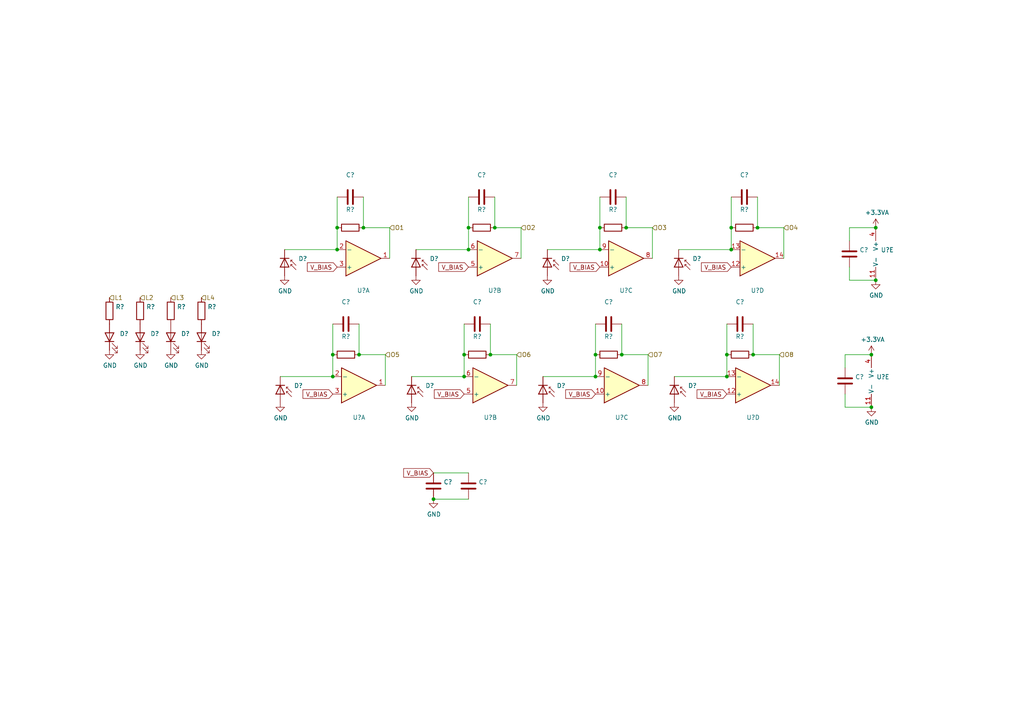
<source format=kicad_sch>
(kicad_sch (version 20211123) (generator eeschema)
  (paper "A4")
  (lib_symbols
    (symbol "Amplifier_Operational:OPA4340UA" (pin_names (offset 0.127))
      (property "Reference" "U" (at 0 5.08 0))
      (property "Value" "OPA4340UA" (at 0 -5.08 0))
      (symbol "OPA4340UA_1_1"
        (polyline (pts (xy -5.08 5.08) (xy 5.08 0) (xy -5.08 -5.08) (xy -5.08 5.08)) (stroke (width 0.254)) (fill (type background)))
        (pin output line (at 7.62 0 180) (length 2.54) (name "~") (number "1"))
        (pin input line (at -7.62 -2.54 0) (length 2.54) (name "-") (number "2"))
        (pin input line (at -7.62 2.54 0) (length 2.54) (name "+") (number "3"))
      )
      (symbol "OPA4340UA_2_1"
        (polyline (pts (xy -5.08 5.08) (xy 5.08 0) (xy -5.08 -5.08) (xy -5.08 5.08)) (stroke (width 0.254)) (fill (type background)))
        (pin input line (at -7.62 2.54 0) (length 2.54) (name "+") (number "5"))
        (pin input line (at -7.62 -2.54 0) (length 2.54) (name "-") (number "6"))
        (pin output line (at 7.62 0 180) (length 2.54) (name "~") (number "7"))
      )
      (symbol "OPA4340UA_3_1"
        (polyline (pts (xy -5.08 5.08) (xy 5.08 0) (xy -5.08 -5.08) (xy -5.08 5.08)) (stroke (width 0.254)) (fill (type background)))
        (pin input line (at -7.62 2.54 0) (length 2.54) (name "+") (number "10"))
        (pin output line (at 7.62 0 180) (length 2.54) (name "~") (number "8"))
        (pin input line (at -7.62 -2.54 0) (length 2.54) (name "-") (number "9"))
      )
      (symbol "OPA4340UA_4_1"
        (polyline (pts (xy -5.08 5.08) (xy 5.08 0) (xy -5.08 -5.08) (xy -5.08 5.08)) (stroke (width 0.254)) (fill (type background)))
        (pin input line (at -7.62 2.54 0) (length 2.54) (name "+") (number "12"))
        (pin input line (at -7.62 -2.54 0) (length 2.54) (name "-") (number "13"))
        (pin output line (at 7.62 0 180) (length 2.54) (name "~") (number "14"))
      )
      (symbol "OPA4340UA_5_1"
        (pin power_in line (at -2.54 -7.62 90) (length 3.81) (name "V-") (number "11"))
        (pin power_in line (at -2.54 7.62 270) (length 3.81) (name "V+") (number "4"))
      )
    )
    (symbol "Device:C" (pin_numbers hide) (pin_names (offset 0.254))
      (property "Reference" "C" (at 0.635 2.54 0))
      (property "Value" "C" (at 0.635 -2.54 0))
      (symbol "C_0_1"
        (polyline (pts (xy -2.032 -0.762) (xy 2.032 -0.762)) (stroke (width 0.508)))
        (polyline (pts (xy -2.032 0.762) (xy 2.032 0.762)) (stroke (width 0.508)))
      )
      (symbol "C_1_1"
        (pin passive line (at 0 3.81 270) (length 2.794) (name "~") (number "1"))
        (pin passive line (at 0 -3.81 90) (length 2.794) (name "~") (number "2"))
      )
    )
    (symbol "Device:D_Photo" (pin_numbers hide) (pin_names hide)
      (property "Reference" "D" (at 0.508 1.778 0))
      (property "Value" "D_Photo" (at -1.016 -2.794 0))
      (symbol "D_Photo_0_1"
        (polyline (pts (xy -2.54 1.27) (xy -2.54 -1.27)) (stroke (width 0.254)))
        (polyline (pts (xy -2.032 1.778) (xy -1.524 1.778)))
        (polyline (pts (xy 0 0) (xy -2.54 0)))
        (polyline (pts (xy -0.508 3.302) (xy -2.032 1.778) (xy -2.032 2.286)))
        (polyline (pts (xy 0 -1.27) (xy 0 1.27) (xy -2.54 0) (xy 0 -1.27)) (stroke (width 0.254)))
        (polyline (pts (xy 0.762 3.302) (xy -0.762 1.778) (xy -0.762 2.286) (xy -0.762 1.778) (xy -0.254 1.778)))
      )
      (symbol "D_Photo_1_1"
        (pin passive line (at -5.08 0 0) (length 2.54) (name "K") (number "1"))
        (pin passive line (at 2.54 0 180) (length 2.54) (name "A") (number "2"))
      )
    )
    (symbol "Device:LED" (pin_numbers hide) (pin_names (offset 1.016) hide)
      (property "Reference" "D" (at 0 2.54 0))
      (property "Value" "LED" (at 0 -2.54 0))
      (symbol "LED_0_1"
        (polyline (pts (xy -1.27 -1.27) (xy -1.27 1.27)) (stroke (width 0.254)))
        (polyline (pts (xy -1.27 0) (xy 1.27 0)))
        (polyline (pts (xy 1.27 -1.27) (xy 1.27 1.27) (xy -1.27 0) (xy 1.27 -1.27)) (stroke (width 0.254)))
        (polyline (pts (xy -3.048 -0.762) (xy -4.572 -2.286) (xy -3.81 -2.286) (xy -4.572 -2.286) (xy -4.572 -1.524)))
        (polyline (pts (xy -1.778 -0.762) (xy -3.302 -2.286) (xy -2.54 -2.286) (xy -3.302 -2.286) (xy -3.302 -1.524)))
      )
      (symbol "LED_1_1"
        (pin passive line (at -3.81 0 0) (length 2.54) (name "K") (number "1"))
        (pin passive line (at 3.81 0 180) (length 2.54) (name "A") (number "2"))
      )
    )
    (symbol "Device:R" (pin_numbers hide) (pin_names (offset 0))
      (property "Reference" "R" (at 2.032 0 90))
      (property "Value" "R" (at 0 0 90))
      (symbol "R_0_1"
        (rectangle (start -1.016 -2.54) (end 1.016 2.54) (stroke (width 0.254)))
      )
      (symbol "R_1_1"
        (pin passive line (at 0 3.81 270) (length 1.27) (name "~") (number "1"))
        (pin passive line (at 0 -3.81 90) (length 1.27) (name "~") (number "2"))
      )
    )
    (symbol "power:+3.3VA" (power) (pin_names (offset 0))
      (property "Value" "+3.3VA" (at 0 3.556 0))
      (symbol "+3.3VA_0_1"
        (polyline (pts (xy -0.762 1.27) (xy 0 2.54)))
        (polyline (pts (xy 0 0) (xy 0 2.54)))
        (polyline (pts (xy 0 2.54) (xy 0.762 1.27)))
      )
      (symbol "+3.3VA_1_1"
        (pin power_in line (at 0 0 90) (length 0) hide (name "+3.3VA") (number "1"))
      )
    )
    (symbol "power:GND" (power) (pin_names (offset 0))
      (property "Value" "GND" (at 0 -3.81 0))
      (symbol "GND_0_1"
        (polyline (pts (xy 0 0) (xy 0 -1.27) (xy 1.27 -1.27) (xy 0 -2.54) (xy -1.27 -1.27) (xy 0 -1.27)))
      )
      (symbol "GND_1_1"
        (pin power_in line (at 0 0 270) (length 0) hide (name "GND") (number "1"))
      )
    )
  )
  (junction (at 210.82 109.22))
  (junction (at 219.71 66.04))
  (junction (at 97.79 72.39))
  (junction (at 105.41 66.04))
  (junction (at 135.89 66.04))
  (junction (at 212.09 72.39))
  (junction (at 254 81.28))
  (junction (at 134.62 109.22))
  (junction (at 96.52 102.87))
  (junction (at 173.99 66.04))
  (junction (at 96.52 109.22))
  (junction (at 104.14 102.87))
  (junction (at 252.73 118.11))
  (junction (at 125.73 144.78))
  (junction (at 218.44 102.87))
  (junction (at 172.72 109.22))
  (junction (at 180.34 102.87))
  (junction (at 212.09 66.04))
  (junction (at 135.89 72.39))
  (junction (at 181.61 66.04))
  (junction (at 210.82 102.87))
  (junction (at 172.72 102.87))
  (junction (at 173.99 72.39))
  (junction (at 252.73 102.87))
  (junction (at 97.79 66.04))
  (junction (at 143.51 66.04))
  (junction (at 254 66.04))
  (junction (at 134.62 102.87))
  (junction (at 142.24 102.87))
  (wire (pts (xy 246.38 81.28) (xy 254 81.28)))
  (wire (pts (xy 111.76 102.87) (xy 111.76 111.76)))
  (wire (pts (xy 134.62 93.98) (xy 134.62 102.87)))
  (wire (pts (xy 135.89 66.04) (xy 135.89 72.39)))
  (wire (pts (xy 245.11 102.87) (xy 245.11 106.68)))
  (wire (pts (xy 218.44 102.87) (xy 226.06 102.87)))
  (wire (pts (xy 142.24 102.87) (xy 149.86 102.87)))
  (wire (pts (xy 218.44 93.98) (xy 218.44 102.87)))
  (wire (pts (xy 81.28 109.22) (xy 96.52 109.22)))
  (wire (pts (xy 143.51 57.15) (xy 143.51 66.04)))
  (wire (pts (xy 172.72 93.98) (xy 172.72 102.87)))
  (wire (pts (xy 82.55 72.39) (xy 97.79 72.39)))
  (wire (pts (xy 105.41 66.04) (xy 113.03 66.04)))
  (wire (pts (xy 157.48 109.22) (xy 172.72 109.22)))
  (wire (pts (xy 219.71 66.04) (xy 227.33 66.04)))
  (wire (pts (xy 97.79 57.15) (xy 97.79 66.04)))
  (wire (pts (xy 120.65 72.39) (xy 135.89 72.39)))
  (wire (pts (xy 96.52 93.98) (xy 96.52 102.87)))
  (wire (pts (xy 97.79 66.04) (xy 97.79 72.39)))
  (wire (pts (xy 135.89 57.15) (xy 135.89 66.04)))
  (wire (pts (xy 196.85 72.39) (xy 212.09 72.39)))
  (wire (pts (xy 212.09 57.15) (xy 212.09 66.04)))
  (wire (pts (xy 180.34 93.98) (xy 180.34 102.87)))
  (wire (pts (xy 135.89 137.16) (xy 125.73 137.16)))
  (wire (pts (xy 158.75 72.39) (xy 173.99 72.39)))
  (wire (pts (xy 172.72 102.87) (xy 172.72 109.22)))
  (wire (pts (xy 134.62 102.87) (xy 134.62 109.22)))
  (wire (pts (xy 104.14 102.87) (xy 111.76 102.87)))
  (wire (pts (xy 151.13 66.04) (xy 151.13 74.93)))
  (wire (pts (xy 104.14 93.98) (xy 104.14 102.87)))
  (wire (pts (xy 226.06 102.87) (xy 226.06 111.76)))
  (wire (pts (xy 149.86 102.87) (xy 149.86 111.76)))
  (wire (pts (xy 189.23 66.04) (xy 189.23 74.93)))
  (wire (pts (xy 113.03 66.04) (xy 113.03 74.93)))
  (wire (pts (xy 181.61 57.15) (xy 181.61 66.04)))
  (wire (pts (xy 125.73 144.78) (xy 135.89 144.78)))
  (wire (pts (xy 195.58 109.22) (xy 210.82 109.22)))
  (wire (pts (xy 212.09 66.04) (xy 212.09 72.39)))
  (wire (pts (xy 173.99 66.04) (xy 173.99 72.39)))
  (wire (pts (xy 246.38 77.47) (xy 246.38 81.28)))
  (wire (pts (xy 210.82 93.98) (xy 210.82 102.87)))
  (wire (pts (xy 173.99 57.15) (xy 173.99 66.04)))
  (wire (pts (xy 187.96 102.87) (xy 187.96 111.76)))
  (wire (pts (xy 119.38 109.22) (xy 134.62 109.22)))
  (wire (pts (xy 142.24 93.98) (xy 142.24 102.87)))
  (wire (pts (xy 227.33 66.04) (xy 227.33 74.93)))
  (wire (pts (xy 143.51 66.04) (xy 151.13 66.04)))
  (wire (pts (xy 254 66.04) (xy 246.38 66.04)))
  (wire (pts (xy 245.11 114.3) (xy 245.11 118.11)))
  (wire (pts (xy 181.61 66.04) (xy 189.23 66.04)))
  (wire (pts (xy 210.82 102.87) (xy 210.82 109.22)))
  (wire (pts (xy 96.52 102.87) (xy 96.52 109.22)))
  (wire (pts (xy 105.41 57.15) (xy 105.41 66.04)))
  (wire (pts (xy 219.71 57.15) (xy 219.71 66.04)))
  (wire (pts (xy 245.11 118.11) (xy 252.73 118.11)))
  (wire (pts (xy 252.73 102.87) (xy 245.11 102.87)))
  (wire (pts (xy 180.34 102.87) (xy 187.96 102.87)))
  (wire (pts (xy 246.38 66.04) (xy 246.38 69.85)))
  (global_label "V_BIAS" (shape input) (at 135.89 77.47 180) (property "Intersheet References" "${INTERSHEET_REFS}" (effects hide)))
  (global_label "V_BIAS" (shape input) (at 173.99 77.47 180) (property "Intersheet References" "${INTERSHEET_REFS}" (effects hide)))
  (global_label "V_BIAS" (shape input) (at 134.62 114.3 180) (property "Intersheet References" "${INTERSHEET_REFS}" (effects hide)))
  (global_label "V_BIAS" (shape input) (at 210.82 114.3 180) (property "Intersheet References" "${INTERSHEET_REFS}" (effects hide)))
  (global_label "V_BIAS" (shape input) (at 96.52 114.3 180) (property "Intersheet References" "${INTERSHEET_REFS}" (effects hide)))
  (global_label "V_BIAS" (shape input) (at 125.73 137.16 180) (property "Intersheet References" "${INTERSHEET_REFS}" (effects hide)))
  (global_label "V_BIAS" (shape input) (at 97.79 77.47 180) (property "Intersheet References" "${INTERSHEET_REFS}" (effects hide)))
  (global_label "V_BIAS" (shape input) (at 172.72 114.3 180) (property "Intersheet References" "${INTERSHEET_REFS}" (effects hide)))
  (global_label "V_BIAS" (shape input) (at 212.09 77.47 180) (property "Intersheet References" "${INTERSHEET_REFS}" (effects hide)))
  (hierarchical_label "L4" (shape input) (at 58.42 86.36 0))
  (hierarchical_label "O3" (shape input) (at 189.23 66.04 0))
  (hierarchical_label "O2" (shape input) (at 151.13 66.04 0))
  (hierarchical_label "O1" (shape input) (at 113.03 66.04 0))
  (hierarchical_label "L1" (shape input) (at 31.75 86.36 0))
  (hierarchical_label "L2" (shape input) (at 40.64 86.36 0))
  (hierarchical_label "O4" (shape input) (at 227.33 66.04 0))
  (hierarchical_label "L3" (shape input) (at 49.53 86.36 0))
  (hierarchical_label "O8" (shape input) (at 226.06 102.87 0))
  (hierarchical_label "O6" (shape input) (at 149.86 102.87 0))
  (hierarchical_label "O7" (shape input) (at 187.96 102.87 0))
  (hierarchical_label "O5" (shape input) (at 111.76 102.87 0))
  (symbol (lib_id "Device:C") (at 135.89 140.97 180) (unit 1)
    (property "Reference" "C?" (at 138.811 139.8016 0) (effects (justify right)))
  )
  (symbol (lib_id "Device:C") (at 125.73 140.97 180) (unit 1)
    (property "Reference" "C?" (at 128.651 139.8016 0) (effects (justify right)))
  )
  (symbol (lib_id "power:GND") (at 125.73 144.78 0) (unit 1)
    (property "Reference" "#PWR?" (effects hide))
  )
  (symbol (lib_id "Amplifier_Operational:OPA4340UA") (at 105.41 74.93 0) (mirror x) (unit 1)
    (property "Reference" "U?" (at 105.41 84.2518 0))
    (property "Datasheet" "http://www.ti.com/lit/ds/symlink/opa340.pdf" (effects hide))
  )
  (symbol (lib_id "Device:D_Photo") (at 195.58 114.3 270) (unit 1)
    (property "Reference" "D?" (at 199.5678 111.8616 90) (effects (justify left)))
  )
  (symbol (lib_id "power:GND") (at 82.55 80.01 0) (unit 1)
    (property "Reference" "#PWR?" (effects hide))
  )
  (symbol (lib_id "Device:R") (at 101.6 66.04 270) (unit 1)
    (property "Reference" "R?" (at 101.6 60.7822 90))
  )
  (symbol (lib_id "Device:C") (at 101.6 57.15 270) (unit 1)
    (property "Reference" "C?" (at 101.6 50.7492 90))
  )
  (symbol (lib_id "Amplifier_Operational:OPA4340UA") (at 256.54 73.66 0) (unit 5)
    (property "Reference" "U?" (at 255.4732 72.4916 0) (effects (justify left)))
    (property "Datasheet" "http://www.ti.com/lit/ds/symlink/opa340.pdf" (effects hide))
  )
  (symbol (lib_id "Amplifier_Operational:OPA4340UA") (at 143.51 74.93 0) (mirror x) (unit 2)
    (property "Reference" "U?" (at 143.51 84.2518 0))
    (property "Datasheet" "http://www.ti.com/lit/ds/symlink/opa340.pdf" (effects hide))
  )
  (symbol (lib_id "Amplifier_Operational:OPA4340UA") (at 181.61 74.93 0) (mirror x) (unit 3)
    (property "Reference" "U?" (at 181.61 84.2518 0))
    (property "Datasheet" "http://www.ti.com/lit/ds/symlink/opa340.pdf" (effects hide))
  )
  (symbol (lib_id "Amplifier_Operational:OPA4340UA") (at 219.71 74.93 0) (mirror x) (unit 4)
    (property "Reference" "U?" (at 219.71 84.2518 0))
    (property "Datasheet" "http://www.ti.com/lit/ds/symlink/opa340.pdf" (effects hide))
  )
  (symbol (lib_id "Device:R") (at 139.7 66.04 270) (unit 1)
    (property "Reference" "R?" (at 139.7 60.7822 90))
  )
  (symbol (lib_id "Device:C") (at 139.7 57.15 270) (unit 1)
    (property "Reference" "C?" (at 139.7 50.7492 90))
  )
  (symbol (lib_id "Device:D_Photo") (at 157.48 114.3 270) (unit 1)
    (property "Reference" "D?" (at 161.4678 111.8616 90) (effects (justify left)))
  )
  (symbol (lib_id "power:GND") (at 158.75 80.01 0) (unit 1)
    (property "Reference" "#PWR?" (effects hide))
  )
  (symbol (lib_id "Device:R") (at 177.8 66.04 270) (unit 1)
    (property "Reference" "R?" (at 177.8 60.7822 90))
  )
  (symbol (lib_id "Device:C") (at 177.8 57.15 270) (unit 1)
    (property "Reference" "C?" (at 177.8 50.7492 90))
  )
  (symbol (lib_id "Device:D_Photo") (at 81.28 114.3 270) (unit 1)
    (property "Reference" "D?" (at 85.2678 111.8616 90) (effects (justify left)))
  )
  (symbol (lib_id "Device:R") (at 215.9 66.04 270) (unit 1)
    (property "Reference" "R?" (at 215.9 60.7822 90))
  )
  (symbol (lib_id "Device:C") (at 215.9 57.15 270) (unit 1)
    (property "Reference" "C?" (at 215.9 50.7492 90))
  )
  (symbol (lib_id "Device:C") (at 246.38 73.66 0) (unit 1)
    (property "Reference" "C?" (at 249.301 72.4916 0) (effects (justify left)))
  )
  (symbol (lib_id "power:GND") (at 254 81.28 0) (unit 1)
    (property "Reference" "#PWR?" (effects hide))
  )
  (symbol (lib_id "Device:D_Photo") (at 82.55 77.47 270) (unit 1)
    (property "Reference" "D?" (at 86.5378 75.0316 90) (effects (justify left)))
  )
  (symbol (lib_id "power:GND") (at 81.28 116.84 0) (unit 1)
    (property "Reference" "#PWR?" (effects hide))
  )
  (symbol (lib_id "Device:C") (at 100.33 93.98 270) (unit 1)
    (property "Reference" "C?" (at 100.33 87.5792 90))
  )
  (symbol (lib_id "Amplifier_Operational:OPA4340UA") (at 255.27 110.49 0) (unit 5)
    (property "Reference" "U?" (at 254.2032 109.3216 0) (effects (justify left)))
    (property "Datasheet" "http://www.ti.com/lit/ds/symlink/opa340.pdf" (effects hide))
  )
  (symbol (lib_id "Amplifier_Operational:OPA4340UA") (at 142.24 111.76 0) (mirror x) (unit 2)
    (property "Reference" "U?" (at 142.24 121.0818 0))
    (property "Datasheet" "http://www.ti.com/lit/ds/symlink/opa340.pdf" (effects hide))
  )
  (symbol (lib_id "Amplifier_Operational:OPA4340UA") (at 180.34 111.76 0) (mirror x) (unit 3)
    (property "Reference" "U?" (at 180.34 121.0818 0))
    (property "Datasheet" "http://www.ti.com/lit/ds/symlink/opa340.pdf" (effects hide))
  )
  (symbol (lib_id "Amplifier_Operational:OPA4340UA") (at 218.44 111.76 0) (mirror x) (unit 4)
    (property "Reference" "U?" (at 218.44 121.0818 0))
    (property "Datasheet" "http://www.ti.com/lit/ds/symlink/opa340.pdf" (effects hide))
  )
  (symbol (lib_id "Device:D_Photo") (at 158.75 77.47 270) (unit 1)
    (property "Reference" "D?" (at 162.7378 75.0316 90) (effects (justify left)))
  )
  (symbol (lib_id "power:GND") (at 119.38 116.84 0) (unit 1)
    (property "Reference" "#PWR?" (effects hide))
  )
  (symbol (lib_id "Device:R") (at 138.43 102.87 270) (unit 1)
    (property "Reference" "R?" (at 138.43 97.6122 90))
  )
  (symbol (lib_id "Device:C") (at 138.43 93.98 270) (unit 1)
    (property "Reference" "C?" (at 138.43 87.5792 90))
  )
  (symbol (lib_id "Device:D_Photo") (at 196.85 77.47 270) (unit 1)
    (property "Reference" "D?" (at 200.8378 75.0316 90) (effects (justify left)))
  )
  (symbol (lib_id "power:GND") (at 157.48 116.84 0) (unit 1)
    (property "Reference" "#PWR?" (effects hide))
  )
  (symbol (lib_id "Device:R") (at 176.53 102.87 270) (unit 1)
    (property "Reference" "R?" (at 176.53 97.6122 90))
  )
  (symbol (lib_id "Device:C") (at 176.53 93.98 270) (unit 1)
    (property "Reference" "C?" (at 176.53 87.5792 90))
  )
  (symbol (lib_id "Device:D_Photo") (at 120.65 77.47 270) (unit 1)
    (property "Reference" "D?" (at 124.6378 75.0316 90) (effects (justify left)))
  )
  (symbol (lib_id "Device:R") (at 214.63 102.87 270) (unit 1)
    (property "Reference" "R?" (at 214.63 97.6122 90))
  )
  (symbol (lib_id "Device:C") (at 214.63 93.98 270) (unit 1)
    (property "Reference" "C?" (at 214.63 87.5792 90))
  )
  (symbol (lib_id "Device:C") (at 245.11 110.49 0) (unit 1)
    (property "Reference" "C?" (at 248.031 109.3216 0) (effects (justify left)))
  )
  (symbol (lib_id "power:GND") (at 252.73 118.11 0) (unit 1)
    (property "Reference" "#PWR?" (effects hide))
  )
  (symbol (lib_id "Amplifier_Operational:OPA4340UA") (at 104.14 111.76 0) (mirror x) (unit 1)
    (property "Reference" "U?" (at 104.14 121.0818 0))
    (property "Datasheet" "http://www.ti.com/lit/ds/symlink/opa340.pdf" (effects hide))
  )
  (symbol (lib_id "power:GND") (at 195.58 116.84 0) (unit 1)
    (property "Reference" "#PWR?" (effects hide))
  )
  (symbol (lib_id "power:GND") (at 196.85 80.01 0) (unit 1)
    (property "Reference" "#PWR?" (effects hide))
  )
  (symbol (lib_id "Device:R") (at 100.33 102.87 270) (unit 1)
    (property "Reference" "R?" (at 100.33 97.6122 90))
  )
  (symbol (lib_id "power:+3.3VA") (at 254 66.04 0) (unit 1)
    (property "Reference" "#PWR?" (effects hide))
  )
  (symbol (lib_id "power:+3.3VA") (at 252.73 102.87 0) (unit 1)
    (property "Reference" "#PWR?" (effects hide))
  )
  (symbol (lib_id "power:GND") (at 120.65 80.01 0) (unit 1)
    (property "Reference" "#PWR?" (effects hide))
  )
  (symbol (lib_id "Device:D_Photo") (at 119.38 114.3 270) (unit 1)
    (property "Reference" "D?" (at 123.3678 111.8616 90) (effects (justify left)))
  )
  (symbol (lib_id "Device:LED") (at 31.75 97.79 90) (unit 1)
    (property "Reference" "D?" (at 34.7218 96.7994 90) (effects (justify right)))
  )
  (symbol (lib_id "power:GND") (at 31.75 101.6 0) (unit 1)
    (property "Reference" "#PWR?" (effects hide))
  )
  (symbol (lib_id "Device:R") (at 31.75 90.17 0) (unit 1)
    (property "Reference" "R?" (at 33.528 89.0016 0) (effects (justify left)))
  )
  (symbol (lib_id "Device:LED") (at 49.53 97.79 90) (unit 1)
    (property "Reference" "D?" (at 52.5018 96.7994 90) (effects (justify right)))
  )
  (symbol (lib_id "power:GND") (at 40.64 101.6 0) (unit 1)
    (property "Reference" "#PWR?" (effects hide))
  )
  (symbol (lib_id "Device:R") (at 40.64 90.17 0) (unit 1)
    (property "Reference" "R?" (at 42.418 89.0016 0) (effects (justify left)))
  )
  (symbol (lib_id "Device:LED") (at 40.64 97.79 90) (unit 1)
    (property "Reference" "D?" (at 43.6118 96.7994 90) (effects (justify right)))
  )
  (symbol (lib_id "power:GND") (at 49.53 101.6 0) (unit 1)
    (property "Reference" "#PWR?" (effects hide))
  )
  (symbol (lib_id "Device:R") (at 49.53 90.17 0) (unit 1)
    (property "Reference" "R?" (at 51.308 89.0016 0) (effects (justify left)))
  )
  (symbol (lib_id "Device:LED") (at 58.42 97.79 90) (unit 1)
    (property "Reference" "D?" (at 61.3918 96.7994 90) (effects (justify right)))
  )
  (symbol (lib_id "power:GND") (at 58.42 101.6 0) (unit 1)
    (property "Reference" "#PWR?" (effects hide))
  )
  (symbol (lib_id "Device:R") (at 58.42 90.17 0) (unit 1)
    (property "Reference" "R?" (at 60.198 89.0016 0) (effects (justify left)))
  )
)
</source>
